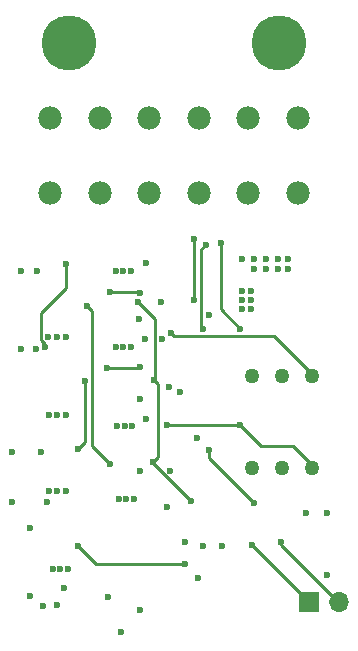
<source format=gbr>
%TF.GenerationSoftware,KiCad,Pcbnew,(6.0.8)*%
%TF.CreationDate,2023-11-13T19:04:35+01:00*%
%TF.ProjectId,BSPD-07,42535044-2d30-4372-9e6b-696361645f70,rev?*%
%TF.SameCoordinates,Original*%
%TF.FileFunction,Copper,L4,Bot*%
%TF.FilePolarity,Positive*%
%FSLAX46Y46*%
G04 Gerber Fmt 4.6, Leading zero omitted, Abs format (unit mm)*
G04 Created by KiCad (PCBNEW (6.0.8)) date 2023-11-13 19:04:35*
%MOMM*%
%LPD*%
G01*
G04 APERTURE LIST*
%TA.AperFunction,ComponentPad*%
%ADD10C,1.269000*%
%TD*%
%TA.AperFunction,ComponentPad*%
%ADD11R,1.700000X1.700000*%
%TD*%
%TA.AperFunction,ComponentPad*%
%ADD12O,1.700000X1.700000*%
%TD*%
%TA.AperFunction,ComponentPad*%
%ADD13C,4.665000*%
%TD*%
%TA.AperFunction,ComponentPad*%
%ADD14C,1.965000*%
%TD*%
%TA.AperFunction,ViaPad*%
%ADD15C,0.600000*%
%TD*%
%TA.AperFunction,Conductor*%
%ADD16C,0.254000*%
%TD*%
G04 APERTURE END LIST*
D10*
%TO.P,RV1,1,1*%
%TO.N,unconnected-(RV1-Pad1)*%
X170561000Y-113715800D03*
%TO.P,RV1,2,2*%
%TO.N,+5V*%
X173101000Y-113715800D03*
%TO.P,RV1,3,3*%
%TO.N,TPS_TRIG*%
X175641000Y-113715800D03*
%TD*%
%TO.P,RV2,1,1*%
%TO.N,unconnected-(RV2-Pad1)*%
X170561000Y-121500500D03*
%TO.P,RV2,2,2*%
%TO.N,+5V*%
X173101000Y-121500500D03*
%TO.P,RV2,3,3*%
%TO.N,BRAKE_TRIG*%
X175641000Y-121500500D03*
%TD*%
D11*
%TO.P,JP1,1,A*%
%TO.N,SAFETY_IN*%
X175382000Y-132842000D03*
D12*
%TO.P,JP1,2,B*%
%TO.N,SAFETY_OUT*%
X177922000Y-132842000D03*
%TD*%
D13*
%TO.P,J1,MH2,MH2*%
%TO.N,unconnected-(J1-PadMH2)*%
X155033800Y-85496400D03*
%TO.P,J1,MH1,MH1*%
%TO.N,unconnected-(J1-PadMH1)*%
X172813800Y-85496400D03*
D14*
%TO.P,J1,12,12*%
%TO.N,TPS_TRIG*%
X174403800Y-91846400D03*
%TO.P,J1,11,11*%
%TO.N,BRAKE_TRIG*%
X170213800Y-91846400D03*
%TO.P,J1,10,10*%
%TO.N,SAFETY_IN*%
X166023800Y-91846400D03*
%TO.P,J1,9,9*%
%TO.N,unconnected-(J1-Pad9)*%
X161833800Y-91846400D03*
%TO.P,J1,8,8*%
%TO.N,unconnected-(J1-Pad8)*%
X157643800Y-91846400D03*
%TO.P,J1,7,7*%
%TO.N,BRAKE_IN_NF*%
X153453800Y-91846400D03*
%TO.P,J1,6,6*%
%TO.N,TPS_IN_NF*%
X153453800Y-98196400D03*
%TO.P,J1,5,5*%
%TO.N,+5V*%
X157643800Y-98196400D03*
%TO.P,J1,4,4*%
%TO.N,unconnected-(J1-Pad4)*%
X161833800Y-98196400D03*
%TO.P,J1,3,3*%
%TO.N,SAFETY_OUT*%
X166023800Y-98196400D03*
%TO.P,J1,2,2*%
%TO.N,GND*%
X170213800Y-98196400D03*
%TO.P,J1,1,1*%
%TO.N,+12V*%
X174403800Y-98196400D03*
%TD*%
D15*
%TO.N,GND*%
X152247600Y-111455200D03*
%TO.N,BRAKE_IN*%
X153031446Y-111297749D03*
X154787600Y-104190800D03*
%TO.N,GND*%
X150977600Y-111455200D03*
X151003000Y-104800400D03*
%TO.N,TPS_COMP_OUT*%
X161080302Y-106654600D03*
X158546800Y-106603800D03*
%TO.N,TPS_IN*%
X156527500Y-107759500D03*
X158496000Y-121158000D03*
%TO.N,GND*%
X154022800Y-110388400D03*
X153286200Y-110388400D03*
X160499800Y-124138000D03*
X165989000Y-130810000D03*
X171675800Y-103784400D03*
X153212800Y-124358400D03*
X161010600Y-115620800D03*
X159229800Y-124138000D03*
X159410400Y-135382000D03*
X153307600Y-123444000D03*
X161036000Y-121767600D03*
X173580800Y-104673400D03*
X159864800Y-124138000D03*
X164846000Y-127762000D03*
X153307600Y-117015800D03*
X161544000Y-117322600D03*
X166878000Y-108585000D03*
X152654000Y-120142000D03*
X169643800Y-103784400D03*
X154018800Y-123444000D03*
X154784800Y-110388400D03*
X172691800Y-103784400D03*
X152298400Y-104800400D03*
X172691800Y-104673400D03*
X173580800Y-103784400D03*
X164465000Y-115062000D03*
X154780800Y-117015800D03*
X154018800Y-117015800D03*
X160977207Y-108858314D03*
X176911000Y-130556000D03*
X161592000Y-104114600D03*
X170659800Y-104673400D03*
X161511800Y-110538800D03*
X151765000Y-126619000D03*
X154780800Y-123444000D03*
X171675800Y-104673400D03*
X170659800Y-103784400D03*
X152806400Y-133146800D03*
X154635200Y-131673600D03*
%TO.N,+5V*%
X163626800Y-121716800D03*
X158369000Y-132461000D03*
X159639000Y-104825800D03*
X150241000Y-124409200D03*
X165862000Y-118999000D03*
X169672000Y-106553000D03*
X159000000Y-111275400D03*
X170434000Y-107289600D03*
X162864800Y-107442000D03*
X151765000Y-132334000D03*
X160274000Y-104825800D03*
X160377737Y-117968230D03*
X170434000Y-106553000D03*
X159107737Y-117968230D03*
X176911000Y-125349000D03*
X159635000Y-111275400D03*
X154914600Y-130048000D03*
X159742737Y-117968230D03*
X153979385Y-133117949D03*
X163322000Y-124841000D03*
X161036000Y-133553200D03*
X163525200Y-114630200D03*
X160270000Y-111275400D03*
X150215600Y-120142000D03*
X168021000Y-128143000D03*
X175133000Y-125349000D03*
X170434000Y-108077000D03*
X166370000Y-128143000D03*
X153670000Y-130048000D03*
X154305000Y-130048000D03*
X169672000Y-107289600D03*
X159004000Y-104825800D03*
X169672000Y-108077000D03*
X162941000Y-110617000D03*
%TO.N,BRAKE_COMP_OUT*%
X158267400Y-113004600D03*
X161055263Y-112941170D03*
%TO.N,BRAKE_IN*%
X155829000Y-119888000D03*
X156387901Y-114104367D03*
%TO.N,SAFETY_IN*%
X166624000Y-102616000D03*
X166370000Y-109736500D03*
X170561000Y-128016000D03*
%TO.N,SAFETY_OUT*%
X170688000Y-124460000D03*
X172974000Y-127762000D03*
X166886500Y-120015000D03*
X165608000Y-102108000D03*
X165624500Y-107315000D03*
%TO.N,TPS_TRIG*%
X163703000Y-110109000D03*
%TO.N,BRAKE_TRIG*%
X169545000Y-117856000D03*
X169545000Y-109728000D03*
X163322000Y-117856000D03*
X167894000Y-102489000D03*
%TO.N,ERR_FINAL*%
X155829000Y-128143000D03*
X162229800Y-114018484D03*
X162114764Y-121025237D03*
X165345500Y-124333000D03*
X164846000Y-129667000D03*
X160909000Y-107473900D03*
%TD*%
D16*
%TO.N,BRAKE_IN*%
X154787600Y-106273600D02*
X154787600Y-104190800D01*
X152659200Y-110648112D02*
X152659200Y-108402000D01*
X153031446Y-111020358D02*
X152659200Y-110648112D01*
X153031446Y-111297749D02*
X153031446Y-111020358D01*
X152659200Y-108402000D02*
X154787600Y-106273600D01*
%TO.N,TPS_IN*%
X157014901Y-119676901D02*
X158496000Y-121158000D01*
X156527500Y-107759500D02*
X157014901Y-108246901D01*
X157014901Y-108246901D02*
X157014901Y-119676901D01*
%TO.N,TPS_COMP_OUT*%
X161029502Y-106603800D02*
X161080302Y-106654600D01*
X158546800Y-106603800D02*
X161029502Y-106603800D01*
%TO.N,BRAKE_COMP_OUT*%
X160991833Y-113004600D02*
X158267400Y-113004600D01*
X161055263Y-112941170D02*
X160991833Y-113004600D01*
%TO.N,BRAKE_IN*%
X156387901Y-119329099D02*
X156387901Y-114104367D01*
X155829000Y-119888000D02*
X156387901Y-119329099D01*
%TO.N,SAFETY_IN*%
X166624000Y-102616000D02*
X166251000Y-102989000D01*
X166251000Y-109617500D02*
X166370000Y-109736500D01*
X175382000Y-132842000D02*
X175382000Y-132837000D01*
X175382000Y-132837000D02*
X170561000Y-128016000D01*
X166251000Y-102989000D02*
X166251000Y-109617500D01*
%TO.N,SAFETY_OUT*%
X165608000Y-102108000D02*
X165608000Y-107298500D01*
X165608000Y-107298500D02*
X165624500Y-107315000D01*
X172974000Y-128013712D02*
X172974000Y-127762000D01*
X166886500Y-120658500D02*
X170688000Y-124460000D01*
X177802288Y-132842000D02*
X172974000Y-128013712D01*
X166886500Y-120015000D02*
X166886500Y-120658500D01*
X177922000Y-132842000D02*
X177802288Y-132842000D01*
%TO.N,TPS_TRIG*%
X172412400Y-110363000D02*
X175765200Y-113715800D01*
X163957000Y-110363000D02*
X172412400Y-110363000D01*
X163703000Y-110109000D02*
X163957000Y-110363000D01*
%TO.N,BRAKE_TRIG*%
X171315000Y-119626000D02*
X174004600Y-119626000D01*
X163322000Y-117856000D02*
X169545000Y-117856000D01*
X174004600Y-119626000D02*
X175816000Y-121437400D01*
X167894000Y-102489000D02*
X167894000Y-108077000D01*
X167894000Y-108077000D02*
X169545000Y-109728000D01*
X169545000Y-117856000D02*
X171315000Y-119626000D01*
%TO.N,ERR_FINAL*%
X162560000Y-120580001D02*
X162560000Y-114348684D01*
X162114764Y-121025237D02*
X162153600Y-121064073D01*
X160909000Y-107473900D02*
X162298000Y-108862900D01*
X162114764Y-121091476D02*
X162114764Y-121025237D01*
X165345500Y-124333000D02*
X165345500Y-124322212D01*
X162560000Y-114348684D02*
X162229800Y-114018484D01*
X155829000Y-128143000D02*
X157353000Y-129667000D01*
X165345500Y-124322212D02*
X162114764Y-121091476D01*
X162114764Y-121025237D02*
X162560000Y-120580001D01*
X157353000Y-129667000D02*
X164846000Y-129667000D01*
X162298000Y-108862900D02*
X162298000Y-114172706D01*
%TD*%
M02*

</source>
